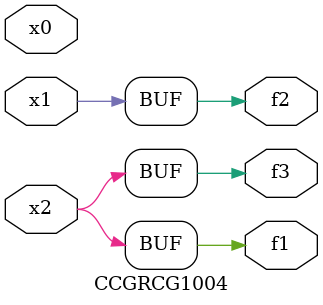
<source format=v>
module CCGRCG1004(
	input x0, x1, x2,
	output f1, f2, f3
);
	assign f1 = x2;
	assign f2 = x1;
	assign f3 = x2;
endmodule

</source>
